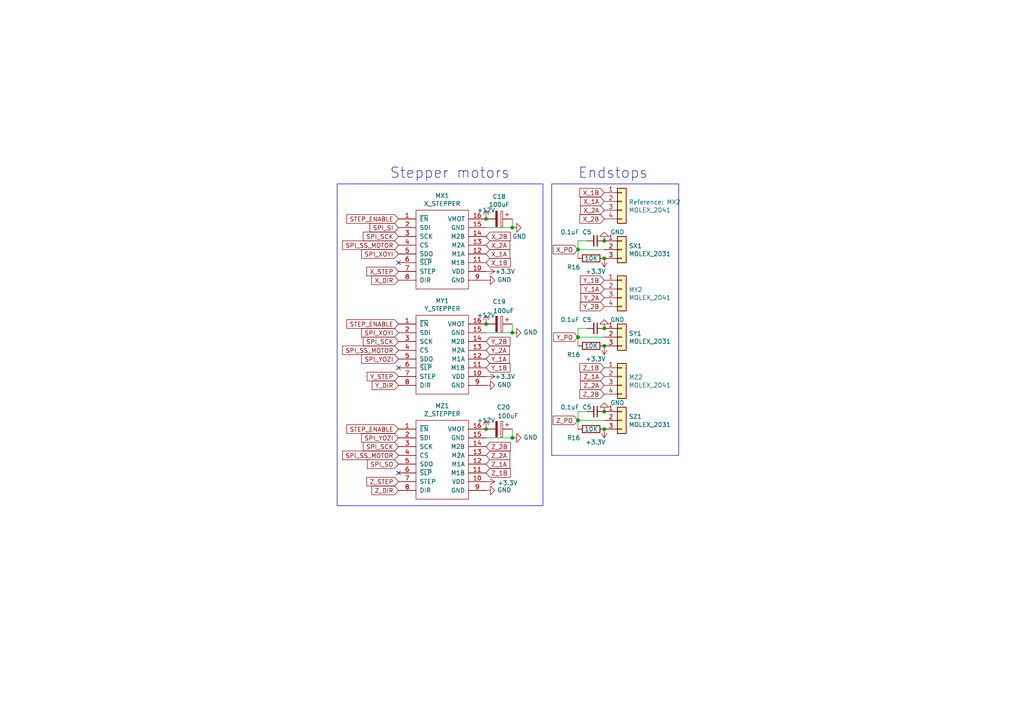
<source format=kicad_sch>
(kicad_sch (version 20230121) (generator eeschema)
  (paper "A4")
  (lib_symbols
    (symbol "Connector_Generic:Conn_01x03" (pin_names (offset 1.016) hide)
      (property "Reference" "J" (at 0 5.08 0))
      (property "Value" "Conn_01x03" (at 0 -5.08 0))
      (symbol "Conn_01x03_1_1"
        (rectangle (start -1.27 -2.413) (end 0 -2.667) (stroke (width 0.1524)))
        (rectangle (start -1.27 0.127) (end 0 -0.127) (stroke (width 0.1524)))
        (rectangle (start -1.27 2.667) (end 0 2.413) (stroke (width 0.1524)))
        (rectangle (start -1.27 3.81) (end 1.27 -3.81) (stroke (width 0.254)) (fill (type background)))
        (pin passive line (at -5.08 2.54 0) (length 3.81) (name "Pin_1") (number "1"))
        (pin passive line (at -5.08 0 0) (length 3.81) (name "Pin_2") (number "2"))
        (pin passive line (at -5.08 -2.54 0) (length 3.81) (name "Pin_3") (number "3"))
      )
    )
    (symbol "Connector_Generic:Conn_01x04" (pin_names (offset 1.016) hide)
      (property "Reference" "J" (at 0 5.08 0))
      (property "Value" "Conn_01x04" (at 0 -7.62 0))
      (symbol "Conn_01x04_1_1"
        (rectangle (start -1.27 -4.953) (end 0 -5.207) (stroke (width 0.1524)))
        (rectangle (start -1.27 -2.413) (end 0 -2.667) (stroke (width 0.1524)))
        (rectangle (start -1.27 0.127) (end 0 -0.127) (stroke (width 0.1524)))
        (rectangle (start -1.27 2.667) (end 0 2.413) (stroke (width 0.1524)))
        (rectangle (start -1.27 3.81) (end 1.27 -6.35) (stroke (width 0.254)) (fill (type background)))
        (pin passive line (at -5.08 2.54 0) (length 3.81) (name "Pin_1") (number "1"))
        (pin passive line (at -5.08 0 0) (length 3.81) (name "Pin_2") (number "2"))
        (pin passive line (at -5.08 -2.54 0) (length 3.81) (name "Pin_3") (number "3"))
        (pin passive line (at -5.08 -5.08 0) (length 3.81) (name "Pin_4") (number "4"))
      )
    )
    (symbol "Device:C_Polarized" (pin_numbers hide) (pin_names (offset 0.254))
      (property "Reference" "C" (at 0.635 2.54 0))
      (property "Value" "C_Polarized" (at 0.635 -2.54 0))
      (symbol "C_Polarized_0_1"
        (rectangle (start -2.286 0.508) (end 2.286 1.016))
        (polyline (pts (xy -1.778 2.286) (xy -0.762 2.286)))
        (polyline (pts (xy -1.27 2.794) (xy -1.27 1.778)))
        (rectangle (start 2.286 -0.508) (end -2.286 -1.016) (fill (type outline)))
      )
      (symbol "C_Polarized_1_1"
        (pin passive line (at 0 3.81 270) (length 2.794) (name "~") (number "1"))
        (pin passive line (at 0 -3.81 90) (length 2.794) (name "~") (number "2"))
      )
    )
    (symbol "Device:C_Small" (pin_numbers hide) (pin_names (offset 0.254) hide)
      (property "Reference" "C" (at 0.254 1.778 0))
      (property "Value" "C_Small" (at 0.254 -2.032 0))
      (symbol "C_Small_0_1"
        (polyline (pts (xy -1.524 -0.508) (xy 1.524 -0.508)) (stroke (width 0.3302)))
        (polyline (pts (xy -1.524 0.508) (xy 1.524 0.508)) (stroke (width 0.3048)))
      )
      (symbol "C_Small_1_1"
        (pin passive line (at 0 2.54 270) (length 2.032) (name "~") (number "1"))
        (pin passive line (at 0 -2.54 90) (length 2.032) (name "~") (number "2"))
      )
    )
    (symbol "Device:R" (pin_numbers hide) (pin_names (offset 0))
      (property "Reference" "R" (at 2.032 0 90))
      (property "Value" "R" (at 0 0 90))
      (symbol "R_0_1"
        (rectangle (start -1.016 -2.54) (end 1.016 2.54) (stroke (width 0.254)))
      )
      (symbol "R_1_1"
        (pin passive line (at 0 3.81 270) (length 1.27) (name "~") (number "1"))
        (pin passive line (at 0 -3.81 90) (length 1.27) (name "~") (number "2"))
      )
    )
    (symbol "firestarter_library:TMC2130_STEPPER" (pin_names (offset 1.016))
      (property "Reference" "U" (at 0 3.81 0))
      (property "Value" "TMC2130_STEPPER" (at 0 1.27 0))
      (symbol "TMC2130_STEPPER_0_1"
        (rectangle (start -7.62 0) (end 7.62 -22.86))
      )
      (symbol "TMC2130_STEPPER_1_1"
        (pin input line (at -12.7 -2.54 0) (length 5.08) (name "~{EN}") (number "1"))
        (pin input line (at 12.7 -17.78 180) (length 5.08) (name "VDD") (number "10"))
        (pin input line (at 12.7 -15.24 180) (length 5.08) (name "M1B") (number "11"))
        (pin input line (at 12.7 -12.7 180) (length 5.08) (name "M1A") (number "12"))
        (pin input line (at 12.7 -10.16 180) (length 5.08) (name "M2A") (number "13"))
        (pin input line (at 12.7 -7.62 180) (length 5.08) (name "M2B") (number "14"))
        (pin input line (at 12.7 -5.08 180) (length 5.08) (name "GND") (number "15"))
        (pin input line (at 12.7 -2.54 180) (length 5.08) (name "VMOT") (number "16"))
        (pin input line (at -12.7 -5.08 0) (length 5.08) (name "SDI") (number "2"))
        (pin input line (at -12.7 -7.62 0) (length 5.08) (name "SCK") (number "3"))
        (pin input line (at -12.7 -10.16 0) (length 5.08) (name "CS") (number "4"))
        (pin output line (at -12.7 -12.7 0) (length 5.08) (name "SDO") (number "5"))
        (pin input line (at -12.7 -15.24 0) (length 5.08) (name "~{SLP}") (number "6"))
        (pin input line (at -12.7 -17.78 0) (length 5.08) (name "STEP") (number "7"))
        (pin input line (at -12.7 -20.32 0) (length 5.08) (name "DIR") (number "8"))
        (pin input line (at 12.7 -20.32 180) (length 5.08) (name "GND") (number "9"))
      )
    )
    (symbol "power:+12V" (power) (pin_names (offset 0))
      (property "Value" "+12V" (at 0 3.556 0))
      (symbol "+12V_0_1"
        (polyline (pts (xy -0.762 1.27) (xy 0 2.54)))
        (polyline (pts (xy 0 0) (xy 0 2.54)))
        (polyline (pts (xy 0 2.54) (xy 0.762 1.27)))
      )
      (symbol "+12V_1_1"
        (pin power_in line (at 0 0 90) (length 0) hide (name "+12V") (number "1"))
      )
    )
    (symbol "power:+3.3V" (power) (pin_names (offset 0))
      (property "Value" "+3.3V" (at 0 3.556 0))
      (symbol "+3.3V_0_1"
        (polyline (pts (xy -0.762 1.27) (xy 0 2.54)))
        (polyline (pts (xy 0 0) (xy 0 2.54)))
        (polyline (pts (xy 0 2.54) (xy 0.762 1.27)))
      )
      (symbol "+3.3V_1_1"
        (pin power_in line (at 0 0 90) (length 0) hide (name "+3.3V") (number "1"))
      )
    )
    (symbol "power:GND" (power) (pin_names (offset 0))
      (property "Value" "GND" (at 0 -3.81 0))
      (symbol "GND_0_1"
        (polyline (pts (xy 0 0) (xy 0 -1.27) (xy 1.27 -1.27) (xy 0 -2.54) (xy -1.27 -1.27) (xy 0 -1.27)))
      )
      (symbol "GND_1_1"
        (pin power_in line (at 0 0 270) (length 0) hide (name "GND") (number "1"))
      )
    )
  )
  (junction (at 148.59 96.52))
  (junction (at 175.26 74.93))
  (junction (at 167.64 97.79))
  (junction (at 140.97 93.98))
  (junction (at 175.26 100.33))
  (junction (at 175.26 69.85))
  (junction (at 148.59 66.04))
  (junction (at 167.64 72.39))
  (junction (at 175.26 119.38))
  (junction (at 175.26 124.46))
  (junction (at 140.97 63.5))
  (junction (at 167.64 121.92))
  (junction (at 140.97 124.46))
  (junction (at 175.26 95.25))
  (junction (at 148.59 127))
  (no_connect (at 115.57 76.2))
  (no_connect (at 115.57 106.68))
  (no_connect (at 115.57 137.16))
  (wire (pts (xy 167.64 69.85) (xy 170.18 69.85)))
  (wire (pts (xy 167.64 119.38) (xy 170.18 119.38)))
  (wire (pts (xy 167.64 74.93) (xy 167.64 72.39)))
  (wire (pts (xy 167.64 121.92) (xy 175.26 121.92)))
  (wire (pts (xy 167.64 100.33) (xy 167.64 97.79)))
  (wire (pts (xy 167.64 124.46) (xy 167.64 121.92)))
  (wire (pts (xy 167.64 119.38) (xy 167.64 121.92)))
  (wire (pts (xy 167.64 95.25) (xy 170.18 95.25)))
  (wire (pts (xy 167.64 97.79) (xy 175.26 97.79)))
  (wire (pts (xy 167.64 95.25) (xy 167.64 97.79)))
  (wire (pts (xy 140.97 96.52) (xy 148.59 96.52)))
  (wire (pts (xy 148.59 93.98) (xy 148.59 96.52)))
  (wire (pts (xy 148.59 127) (xy 148.59 124.46)))
  (wire (pts (xy 140.97 66.04) (xy 148.59 66.04)))
  (wire (pts (xy 167.64 72.39) (xy 175.26 72.39)))
  (wire (pts (xy 167.64 69.85) (xy 167.64 72.39)))
  (wire (pts (xy 140.97 127) (xy 148.59 127)))
  (wire (pts (xy 148.59 66.04) (xy 148.59 63.5)))
  (rectangle (start 97.79 53.34) (end 157.48 146.685))
  (rectangle (start 160.02 53.34) (end 196.85 132.08))
  (text "Endstops" (at 167.64 52.07 0) (effects (font (size 3 3)) (justify left bottom)))
  (text "Stepper motors" (at 113.03 52.07 0) (effects (font (size 3 3)) (justify left bottom)))
  (global_label "SPI_SI" (shape input) (at 115.57 66.04 180) (property "Intersheetrefs" "${INTERSHEET_REFS}" (effects hide)))
  (global_label "Y_1B" (shape input) (at 175.26 81.28 180) (property "Intersheetrefs" "${INTERSHEET_REFS}" (effects hide)))
  (global_label "X_2B" (shape input) (at 175.26 63.5 180) (property "Intersheetrefs" "${INTERSHEET_REFS}" (effects hide)))
  (global_label "Z_DIR" (shape input) (at 115.57 142.24 180) (property "Intersheetrefs" "${INTERSHEET_REFS}" (effects hide)))
  (global_label "Y_1B" (shape input) (at 140.97 106.68 0) (property "Intersheetrefs" "${INTERSHEET_REFS}" (effects hide)))
  (global_label "Z_PO" (shape input) (at 167.64 121.92 180) (property "Intersheetrefs" "${INTERSHEET_REFS}" (effects hide)))
  (global_label "X_2A" (shape input) (at 175.26 60.96 180) (property "Intersheetrefs" "${INTERSHEET_REFS}" (effects hide)))
  (global_label "SPI_SCK" (shape input) (at 115.57 99.06 180) (property "Intersheetrefs" "${INTERSHEET_REFS}" (effects hide)))
  (global_label "SPI_SCK" (shape input) (at 115.57 129.54 180) (property "Intersheetrefs" "${INTERSHEET_REFS}" (effects hide)))
  (global_label "SPI_SS_MOTOR" (shape input) (at 115.57 132.08 180) (property "Intersheetrefs" "${INTERSHEET_REFS}" (effects hide)))
  (global_label "STEP_ENABLE" (shape input) (at 115.57 93.98 180) (property "Intersheetrefs" "${INTERSHEET_REFS}" (effects hide)))
  (global_label "X_2A" (shape input) (at 140.97 71.12 0) (property "Intersheetrefs" "${INTERSHEET_REFS}" (effects hide)))
  (global_label "Y_2B" (shape input) (at 175.26 88.9 180) (property "Intersheetrefs" "${INTERSHEET_REFS}" (effects hide)))
  (global_label "Z_2B" (shape input) (at 175.26 114.3 180) (property "Intersheetrefs" "${INTERSHEET_REFS}" (effects hide)))
  (global_label "SPI_XOYI" (shape input) (at 115.57 73.66 180) (property "Intersheetrefs" "${INTERSHEET_REFS}" (effects hide)))
  (global_label "Z_1B" (shape input) (at 140.97 137.16 0) (property "Intersheetrefs" "${INTERSHEET_REFS}" (effects hide)))
  (global_label "SPI_SO" (shape input) (at 115.57 134.62 180) (property "Intersheetrefs" "${INTERSHEET_REFS}" (effects hide)))
  (global_label "X_2B" (shape input) (at 140.97 68.58 0) (property "Intersheetrefs" "${INTERSHEET_REFS}" (effects hide)))
  (global_label "SPI_SCK" (shape input) (at 115.57 68.58 180) (property "Intersheetrefs" "${INTERSHEET_REFS}" (effects hide)))
  (global_label "Z_1B" (shape input) (at 175.26 106.68 180) (property "Intersheetrefs" "${INTERSHEET_REFS}" (effects hide)))
  (global_label "SPI_YOZI" (shape input) (at 115.57 104.14 180) (property "Intersheetrefs" "${INTERSHEET_REFS}" (effects hide)))
  (global_label "X_STEP" (shape input) (at 115.57 78.74 180) (property "Intersheetrefs" "${INTERSHEET_REFS}" (effects hide)))
  (global_label "SPI_SS_MOTOR" (shape input) (at 115.57 71.12 180) (property "Intersheetrefs" "${INTERSHEET_REFS}" (effects hide)))
  (global_label "Y_STEP" (shape input) (at 115.57 109.22 180) (property "Intersheetrefs" "${INTERSHEET_REFS}" (effects hide)))
  (global_label "X_DIR" (shape input) (at 115.57 81.28 180) (property "Intersheetrefs" "${INTERSHEET_REFS}" (effects hide)))
  (global_label "Z_2A" (shape input) (at 140.97 132.08 0) (property "Intersheetrefs" "${INTERSHEET_REFS}" (effects hide)))
  (global_label "X_1B" (shape input) (at 175.26 55.88 180) (property "Intersheetrefs" "${INTERSHEET_REFS}" (effects hide)))
  (global_label "Z_2B" (shape input) (at 140.97 129.54 0) (property "Intersheetrefs" "${INTERSHEET_REFS}" (effects hide)))
  (global_label "STEP_ENABLE" (shape input) (at 115.57 63.5 180) (property "Intersheetrefs" "${INTERSHEET_REFS}" (effects hide)))
  (global_label "X_1B" (shape input) (at 140.97 76.2 0) (property "Intersheetrefs" "${INTERSHEET_REFS}" (effects hide)))
  (global_label "SPI_XOYI" (shape input) (at 115.57 96.52 180) (property "Intersheetrefs" "${INTERSHEET_REFS}" (effects hide)))
  (global_label "Y_DIR" (shape input) (at 115.57 111.76 180) (property "Intersheetrefs" "${INTERSHEET_REFS}" (effects hide)))
  (global_label "Y_2A" (shape input) (at 175.26 86.36 180) (property "Intersheetrefs" "${INTERSHEET_REFS}" (effects hide)))
  (global_label "X_1A" (shape input) (at 140.97 73.66 0) (property "Intersheetrefs" "${INTERSHEET_REFS}" (effects hide)))
  (global_label "Z_STEP" (shape input) (at 115.57 139.7 180) (property "Intersheetrefs" "${INTERSHEET_REFS}" (effects hide)))
  (global_label "Y_PO" (shape input) (at 167.64 97.79 180) (property "Intersheetrefs" "${INTERSHEET_REFS}" (effects hide)))
  (global_label "Z_1A" (shape input) (at 140.97 134.62 0) (property "Intersheetrefs" "${INTERSHEET_REFS}" (effects hide)))
  (global_label "SPI_YOZI" (shape input) (at 115.57 127 180) (property "Intersheetrefs" "${INTERSHEET_REFS}" (effects hide)))
  (global_label "SPI_SS_MOTOR" (shape input) (at 115.57 101.6 180) (property "Intersheetrefs" "${INTERSHEET_REFS}" (effects hide)))
  (global_label "Z_2A" (shape input) (at 175.26 111.76 180) (property "Intersheetrefs" "${INTERSHEET_REFS}" (effects hide)))
  (global_label "Z_1A" (shape input) (at 175.26 109.22 180) (property "Intersheetrefs" "${INTERSHEET_REFS}" (effects hide)))
  (global_label "Y_2A" (shape input) (at 140.97 101.6 0) (property "Intersheetrefs" "${INTERSHEET_REFS}" (effects hide)))
  (global_label "STEP_ENABLE" (shape input) (at 115.57 124.46 180) (property "Intersheetrefs" "${INTERSHEET_REFS}" (effects hide)))
  (global_label "Y_1A" (shape input) (at 140.97 104.14 0) (property "Intersheetrefs" "${INTERSHEET_REFS}" (effects hide)))
  (global_label "X_1A" (shape input) (at 175.26 58.42 180) (property "Intersheetrefs" "${INTERSHEET_REFS}" (effects hide)))
  (global_label "Y_1A" (shape input) (at 175.26 83.82 180) (property "Intersheetrefs" "${INTERSHEET_REFS}" (effects hide)))
  (global_label "Y_2B" (shape input) (at 140.97 99.06 0) (property "Intersheetrefs" "${INTERSHEET_REFS}" (effects hide)))
  (global_label "X_PO" (shape input) (at 167.64 72.39 180) (property "Intersheetrefs" "${INTERSHEET_REFS}" (effects hide)))
  (symbol (lib_id "power:+3.3V") (at 140.97 139.7 270) (unit 1)
    (property "Reference" "#PWR0115" (effects hide))
    (property "Value" "+3.3V" (at 144.2212 140.081 90) (effects (justify left)))
    (instances (project "raspberrypi-gpio-40pin" (path "" (reference "#PWR0115") (unit 1))) (project "main_board" (path "" (reference "#PWR020") (unit 1)) (path "" (reference "#PWR020") (unit 1))))
  )
  (symbol (lib_id "Device:R") (at 171.45 74.93 270) (unit 1)
    (property "Reference" "R16" (at 166.37 77.47 90))
    (property "Value" "10K" (at 171.45 74.93 90))
    (property "Footprint" "Resistor_SMD:R_0805_2012Metric" (effects hide))
    (instances (project "raspberrypi-gpio-40pin" (path "" (reference "R16") (unit 1))) (project "main_board" (path "" (reference "R1") (unit 1)) (path "" (reference "R1") (unit 1))))
  )
  (symbol (lib_id "firestarter_library:TMC2130_STEPPER") (at 128.27 91.44 0) (unit 1)
    (property "Reference" "MY1" (at 128.27 87.249 0))
    (property "Value" "Y_STEPPER" (at 128.27 89.5604 0))
    (property "Footprint" "footprints:TMC2130" (effects hide))
  )
  (symbol (lib_id "Device:C_Polarized") (at 144.78 124.46 270) (unit 1)
    (property "Reference" "C20" (at 146.05 118.11 90))
    (property "Value" "100uF" (at 147.32 120.65 90))
    (property "Footprint" "footprints:CP_Radial_D6.3mm_P2.50mm" (effects hide))
    (instances (project "raspberrypi-gpio-40pin" (path "" (reference "C20") (unit 1))) (project "main_board" (path "" (reference "C5") (unit 1)) (path "" (reference "C5") (unit 1))))
  )
  (symbol (lib_id "Device:C_Polarized") (at 144.78 93.98 270) (unit 1)
    (property "Reference" "C19" (at 144.78 87.503 90))
    (property "Value" "100uF" (at 146.05 90.17 90))
    (property "Footprint" "footprints:CP_Radial_D6.3mm_P2.50mm" (effects hide))
    (instances (project "raspberrypi-gpio-40pin" (path "" (reference "C19") (unit 1))) (project "main_board" (path "" (reference "C4") (unit 1)) (path "" (reference "C4") (unit 1))))
  )
  (symbol (lib_id "power:GND") (at 175.26 95.25 180) (unit 1)
    (property "Reference" "#PWR0109" (effects hide))
    (property "Value" "GND" (at 179.07 92.71 0))
    (instances (project "raspberrypi-gpio-40pin" (path "" (reference "#PWR0109") (unit 1))) (project "main_board" (path "" (reference "#PWR026") (unit 1)) (path "" (reference "#PWR056") (unit 1))))
  )
  (symbol (lib_id "power:GND") (at 148.59 96.52 90) (unit 1)
    (property "Reference" "#PWR0119" (effects hide))
    (property "Value" "GND" (at 151.8412 96.393 90) (effects (justify right)))
    (instances (project "raspberrypi-gpio-40pin" (path "" (reference "#PWR0119") (unit 1))) (project "main_board" (path "" (reference "#PWR023") (unit 1)) (path "" (reference "#PWR023") (unit 1))))
  )
  (symbol (lib_id "power:+12V") (at 140.97 124.46 0) (unit 1)
    (property "Reference" "#PWR019" (effects hide))
    (property "Value" "+12V" (at 140.97 121.92 0))
  )
  (symbol (lib_id "power:+12V") (at 140.97 93.98 0) (unit 1)
    (property "Reference" "#PWR016" (effects hide))
    (property "Value" "+12V" (at 140.97 91.44 0))
  )
  (symbol (lib_id "power:GND") (at 148.59 127 90) (unit 1)
    (property "Reference" "#PWR0116" (effects hide))
    (property "Value" "GND" (at 151.8412 126.873 90) (effects (justify right)))
    (instances (project "raspberrypi-gpio-40pin" (path "" (reference "#PWR0116") (unit 1))) (project "main_board" (path "" (reference "#PWR024") (unit 1)) (path "" (reference "#PWR024") (unit 1))))
  )
  (symbol (lib_id "firestarter_library:TMC2130_STEPPER") (at 128.27 60.96 0) (unit 1)
    (property "Reference" "MX1" (at 128.27 56.769 0))
    (property "Value" "X_STEPPER" (at 128.27 59.0804 0))
    (property "Footprint" "footprints:TMC2130" (effects hide))
  )
  (symbol (lib_id "Connector_Generic:Conn_01x04") (at 180.34 58.42 0) (unit 1)
    (property "Reference" "MX2" (at 182.372 58.6232 0) (show_name) (effects (justify left)))
    (property "Value" "MOLEX_2041" (at 182.372 60.9346 0) (effects (justify left)))
    (property "Footprint" "Connector_PinHeader_2.54mm:PinHeader_1x04_P2.54mm_Horizontal" (effects hide))
  )
  (symbol (lib_id "power:+3.3V") (at 140.97 109.22 270) (unit 1)
    (property "Reference" "#PWR0120" (effects hide))
    (property "Value" "+3.3V" (at 143.51 109.22 90) (effects (justify left)))
    (instances (project "raspberrypi-gpio-40pin" (path "" (reference "#PWR0120") (unit 1))) (project "main_board" (path "" (reference "#PWR017") (unit 1)) (path "" (reference "#PWR017") (unit 1))))
  )
  (symbol (lib_id "power:GND") (at 140.97 81.28 90) (unit 1)
    (property "Reference" "#PWR0117" (effects hide))
    (property "Value" "GND" (at 144.2212 81.153 90) (effects (justify right)))
    (instances (project "raspberrypi-gpio-40pin" (path "" (reference "#PWR0117") (unit 1))) (project "main_board" (path "" (reference "#PWR015") (unit 1)) (path "" (reference "#PWR015") (unit 1))))
  )
  (symbol (lib_id "Connector_Generic:Conn_01x03") (at 180.34 72.39 0) (unit 1)
    (property "Reference" "SX1" (at 182.372 71.3232 0) (effects (justify left)))
    (property "Value" "MOLEX_2031" (at 182.372 73.6346 0) (effects (justify left)))
    (property "Footprint" "Connector_PinHeader_2.54mm:PinHeader_1x03_P2.54mm_Horizontal" (effects hide))
  )
  (symbol (lib_id "firestarter_library:TMC2130_STEPPER") (at 128.27 121.92 0) (unit 1)
    (property "Reference" "MZ1" (at 128.27 117.729 0))
    (property "Value" "Z_STEPPER" (at 128.27 120.0404 0))
    (property "Footprint" "footprints:TMC2130" (effects hide))
  )
  (symbol (lib_id "power:GND") (at 148.59 66.04 90) (unit 1)
    (property "Reference" "#PWR0123" (effects hide))
    (property "Value" "GND" (at 148.59 68.58 90) (effects (justify right)))
    (instances (project "raspberrypi-gpio-40pin" (path "" (reference "#PWR0123") (unit 1))) (project "main_board" (path "" (reference "#PWR022") (unit 1)) (path "" (reference "#PWR022") (unit 1))))
  )
  (symbol (lib_id "Device:R") (at 171.45 124.46 270) (unit 1)
    (property "Reference" "R16" (at 166.37 127 90))
    (property "Value" "10K" (at 171.45 124.46 90))
    (property "Footprint" "Resistor_SMD:R_0805_2012Metric" (effects hide))
    (instances (project "raspberrypi-gpio-40pin" (path "" (reference "R16") (unit 1))) (project "main_board" (path "" (reference "R1") (unit 1)) (path "" (reference "R3") (unit 1))))
  )
  (symbol (lib_id "power:GND") (at 175.26 69.85 180) (unit 1)
    (property "Reference" "#PWR0109" (effects hide))
    (property "Value" "GND" (at 179.07 67.31 0))
    (instances (project "raspberrypi-gpio-40pin" (path "" (reference "#PWR0109") (unit 1))) (project "main_board" (path "" (reference "#PWR026") (unit 1)) (path "" (reference "#PWR026") (unit 1))))
  )
  (symbol (lib_id "power:GND") (at 140.97 111.76 90) (unit 1)
    (property "Reference" "#PWR0121" (effects hide))
    (property "Value" "GND" (at 144.2212 111.633 90) (effects (justify right)))
    (instances (project "raspberrypi-gpio-40pin" (path "" (reference "#PWR0121") (unit 1))) (project "main_board" (path "" (reference "#PWR018") (unit 1)) (path "" (reference "#PWR018") (unit 1))))
  )
  (symbol (lib_id "Connector_Generic:Conn_01x04") (at 180.34 83.82 0) (unit 1)
    (property "Reference" "MY2" (at 182.372 84.0232 0) (effects (justify left)))
    (property "Value" "MOLEX_2041" (at 182.372 86.3346 0) (effects (justify left)))
    (property "Footprint" "Connector_PinHeader_2.54mm:PinHeader_1x04_P2.54mm_Horizontal" (effects hide))
  )
  (symbol (lib_id "Device:C_Polarized") (at 144.78 63.5 270) (unit 1)
    (property "Reference" "C18" (at 144.78 57.023 90))
    (property "Value" "100uF" (at 144.78 59.3344 90))
    (property "Footprint" "footprints:CP_Radial_D6.3mm_P2.50mm" (effects hide))
    (instances (project "raspberrypi-gpio-40pin" (path "" (reference "C18") (unit 1))) (project "main_board" (path "" (reference "C3") (unit 1)) (path "" (reference "C3") (unit 1))))
  )
  (symbol (lib_id "Device:R") (at 171.45 100.33 270) (unit 1)
    (property "Reference" "R16" (at 166.37 102.87 90))
    (property "Value" "10K" (at 171.45 100.33 90))
    (property "Footprint" "Resistor_SMD:R_0805_2012Metric" (effects hide))
    (instances (project "raspberrypi-gpio-40pin" (path "" (reference "R16") (unit 1))) (project "main_board" (path "" (reference "R1") (unit 1)) (path "" (reference "R2") (unit 1))))
  )
  (symbol (lib_id "power:+3.3V") (at 140.97 78.74 270) (unit 1)
    (property "Reference" "#PWR0118" (effects hide))
    (property "Value" "+3.3V" (at 143.51 78.74 90) (effects (justify left)))
    (instances (project "raspberrypi-gpio-40pin" (path "" (reference "#PWR0118") (unit 1))) (project "main_board" (path "" (reference "#PWR014") (unit 1)) (path "" (reference "#PWR014") (unit 1))))
  )
  (symbol (lib_id "power:+3.3V") (at 175.26 100.33 180) (unit 1)
    (property "Reference" "#PWR0110" (effects hide))
    (property "Value" "+3.3V" (at 172.72 104.14 0))
    (instances (project "raspberrypi-gpio-40pin" (path "" (reference "#PWR0110") (unit 1))) (project "main_board" (path "" (reference "#PWR025") (unit 1)) (path "" (reference "#PWR057") (unit 1))))
  )
  (symbol (lib_id "Connector_Generic:Conn_01x03") (at 180.34 97.79 0) (unit 1)
    (property "Reference" "SY1" (at 182.372 96.7232 0) (effects (justify left)))
    (property "Value" "MOLEX_2031" (at 182.372 99.0346 0) (effects (justify left)))
    (property "Footprint" "Connector_PinHeader_2.54mm:PinHeader_1x03_P2.54mm_Horizontal" (effects hide))
  )
  (symbol (lib_id "Device:C_Small") (at 172.72 69.85 270) (unit 1)
    (property "Reference" "C5" (at 168.91 67.31 90) (effects (justify left)))
    (property "Value" "0.1uF" (at 162.56 67.31 90) (effects (justify left)))
    (property "Footprint" "Capacitor_SMD:C_0805_2012Metric_Pad1.18x1.45mm_HandSolder" (effects hide))
    (instances (project "raspberrypi-gpio-40pin" (path "" (reference "C5") (unit 1))) (project "main_board" (path "" (reference "C6") (unit 1)) (path "" (reference "C6") (unit 1))))
  )
  (symbol (lib_id "Device:C_Small") (at 172.72 119.38 270) (unit 1)
    (property "Reference" "C5" (at 168.91 118.11 90) (effects (justify left)))
    (property "Value" "0.1uF" (at 162.56 118.11 90) (effects (justify left)))
    (property "Footprint" "Capacitor_SMD:C_0805_2012Metric_Pad1.18x1.45mm_HandSolder" (effects hide))
    (instances (project "raspberrypi-gpio-40pin" (path "" (reference "C5") (unit 1))) (project "main_board" (path "" (reference "C6") (unit 1)) (path "" (reference "C8") (unit 1))))
  )
  (symbol (lib_id "Device:C_Small") (at 172.72 95.25 270) (unit 1)
    (property "Reference" "C5" (at 168.91 92.71 90) (effects (justify left)))
    (property "Value" "0.1uF" (at 162.56 92.71 90) (effects (justify left)))
    (property "Footprint" "Capacitor_SMD:C_0805_2012Metric_Pad1.18x1.45mm_HandSolder" (effects hide))
    (instances (project "raspberrypi-gpio-40pin" (path "" (reference "C5") (unit 1))) (project "main_board" (path "" (reference "C6") (unit 1)) (path "" (reference "C7") (unit 1))))
  )
  (symbol (lib_id "Connector_Generic:Conn_01x04") (at 180.34 109.22 0) (unit 1)
    (property "Reference" "MZ2" (at 182.372 109.4232 0) (effects (justify left)))
    (property "Value" "MOLEX_2041" (at 182.372 111.7346 0) (effects (justify left)))
    (property "Footprint" "Connector_PinHeader_2.54mm:PinHeader_1x04_P2.54mm_Horizontal" (effects hide))
  )
  (symbol (lib_id "power:+12V") (at 140.97 63.5 0) (unit 1)
    (property "Reference" "#PWR013" (effects hide))
    (property "Value" "+12V" (at 140.97 60.96 0))
  )
  (symbol (lib_id "Connector_Generic:Conn_01x03") (at 180.34 121.92 0) (unit 1)
    (property "Reference" "SZ1" (at 182.372 120.8532 0) (effects (justify left)))
    (property "Value" "MOLEX_2031" (at 182.372 123.1646 0) (effects (justify left)))
    (property "Footprint" "Connector_PinHeader_2.54mm:PinHeader_1x03_P2.54mm_Horizontal" (effects hide))
  )
  (symbol (lib_id "power:+3.3V") (at 175.26 74.93 180) (unit 1)
    (property "Reference" "#PWR0110" (effects hide))
    (property "Value" "+3.3V" (at 172.72 78.74 0))
    (instances (project "raspberrypi-gpio-40pin" (path "" (reference "#PWR0110") (unit 1))) (project "main_board" (path "" (reference "#PWR025") (unit 1)) (path "" (reference "#PWR025") (unit 1))))
  )
  (symbol (lib_id "power:GND") (at 175.26 119.38 180) (unit 1)
    (property "Reference" "#PWR0109" (effects hide))
    (property "Value" "GND" (at 179.07 116.84 0))
    (instances (project "raspberrypi-gpio-40pin" (path "" (reference "#PWR0109") (unit 1))) (project "main_board" (path "" (reference "#PWR026") (unit 1)) (path "" (reference "#PWR027") (unit 1))))
  )
  (symbol (lib_id "power:GND") (at 140.97 142.24 90) (unit 1)
    (property "Reference" "#PWR0114" (effects hide))
    (property "Value" "GND" (at 144.2212 142.113 90) (effects (justify right)))
    (instances (project "raspberrypi-gpio-40pin" (path "" (reference "#PWR0114") (unit 1))) (project "main_board" (path "" (reference "#PWR021") (unit 1)) (path "" (reference "#PWR021") (unit 1))))
  )
  (symbol (lib_id "power:+3.3V") (at 175.26 124.46 180) (unit 1)
    (property "Reference" "#PWR0110" (effects hide))
    (property "Value" "+3.3V" (at 172.72 128.27 0))
    (instances (project "raspberrypi-gpio-40pin" (path "" (reference "#PWR0110") (unit 1))) (project "main_board" (path "" (reference "#PWR025") (unit 1)) (path "" (reference "#PWR028") (unit 1))))
  )
)
</source>
